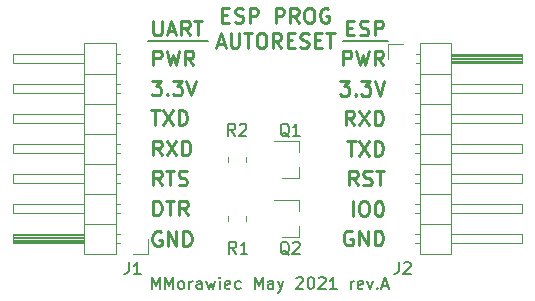
<source format=gbr>
%TF.GenerationSoftware,KiCad,Pcbnew,(5.1.10)-1*%
%TF.CreationDate,2021-06-13T21:16:24+02:00*%
%TF.ProjectId,esp_prog_uart_autoreset,6573705f-7072-46f6-975f-756172745f61,rev?*%
%TF.SameCoordinates,Original*%
%TF.FileFunction,Legend,Top*%
%TF.FilePolarity,Positive*%
%FSLAX46Y46*%
G04 Gerber Fmt 4.6, Leading zero omitted, Abs format (unit mm)*
G04 Created by KiCad (PCBNEW (5.1.10)-1) date 2021-06-13 21:16:24*
%MOMM*%
%LPD*%
G01*
G04 APERTURE LIST*
%ADD10C,0.150000*%
%ADD11C,0.250000*%
%ADD12C,0.200000*%
%ADD13C,0.120000*%
G04 APERTURE END LIST*
D10*
X136225595Y-110942380D02*
X136225595Y-109942380D01*
X136558928Y-110656666D01*
X136892261Y-109942380D01*
X136892261Y-110942380D01*
X137368452Y-110942380D02*
X137368452Y-109942380D01*
X137701785Y-110656666D01*
X138035119Y-109942380D01*
X138035119Y-110942380D01*
X138654166Y-110942380D02*
X138558928Y-110894761D01*
X138511309Y-110847142D01*
X138463690Y-110751904D01*
X138463690Y-110466190D01*
X138511309Y-110370952D01*
X138558928Y-110323333D01*
X138654166Y-110275714D01*
X138797023Y-110275714D01*
X138892261Y-110323333D01*
X138939880Y-110370952D01*
X138987500Y-110466190D01*
X138987500Y-110751904D01*
X138939880Y-110847142D01*
X138892261Y-110894761D01*
X138797023Y-110942380D01*
X138654166Y-110942380D01*
X139416071Y-110942380D02*
X139416071Y-110275714D01*
X139416071Y-110466190D02*
X139463690Y-110370952D01*
X139511309Y-110323333D01*
X139606547Y-110275714D01*
X139701785Y-110275714D01*
X140463690Y-110942380D02*
X140463690Y-110418571D01*
X140416071Y-110323333D01*
X140320833Y-110275714D01*
X140130357Y-110275714D01*
X140035119Y-110323333D01*
X140463690Y-110894761D02*
X140368452Y-110942380D01*
X140130357Y-110942380D01*
X140035119Y-110894761D01*
X139987500Y-110799523D01*
X139987500Y-110704285D01*
X140035119Y-110609047D01*
X140130357Y-110561428D01*
X140368452Y-110561428D01*
X140463690Y-110513809D01*
X140844642Y-110275714D02*
X141035119Y-110942380D01*
X141225595Y-110466190D01*
X141416071Y-110942380D01*
X141606547Y-110275714D01*
X141987500Y-110942380D02*
X141987500Y-110275714D01*
X141987500Y-109942380D02*
X141939880Y-109990000D01*
X141987500Y-110037619D01*
X142035119Y-109990000D01*
X141987500Y-109942380D01*
X141987500Y-110037619D01*
X142844642Y-110894761D02*
X142749404Y-110942380D01*
X142558928Y-110942380D01*
X142463690Y-110894761D01*
X142416071Y-110799523D01*
X142416071Y-110418571D01*
X142463690Y-110323333D01*
X142558928Y-110275714D01*
X142749404Y-110275714D01*
X142844642Y-110323333D01*
X142892261Y-110418571D01*
X142892261Y-110513809D01*
X142416071Y-110609047D01*
X143749404Y-110894761D02*
X143654166Y-110942380D01*
X143463690Y-110942380D01*
X143368452Y-110894761D01*
X143320833Y-110847142D01*
X143273214Y-110751904D01*
X143273214Y-110466190D01*
X143320833Y-110370952D01*
X143368452Y-110323333D01*
X143463690Y-110275714D01*
X143654166Y-110275714D01*
X143749404Y-110323333D01*
X144939880Y-110942380D02*
X144939880Y-109942380D01*
X145273214Y-110656666D01*
X145606547Y-109942380D01*
X145606547Y-110942380D01*
X146511309Y-110942380D02*
X146511309Y-110418571D01*
X146463690Y-110323333D01*
X146368452Y-110275714D01*
X146177976Y-110275714D01*
X146082738Y-110323333D01*
X146511309Y-110894761D02*
X146416071Y-110942380D01*
X146177976Y-110942380D01*
X146082738Y-110894761D01*
X146035119Y-110799523D01*
X146035119Y-110704285D01*
X146082738Y-110609047D01*
X146177976Y-110561428D01*
X146416071Y-110561428D01*
X146511309Y-110513809D01*
X146892261Y-110275714D02*
X147130357Y-110942380D01*
X147368452Y-110275714D02*
X147130357Y-110942380D01*
X147035119Y-111180476D01*
X146987500Y-111228095D01*
X146892261Y-111275714D01*
X148463690Y-110037619D02*
X148511309Y-109990000D01*
X148606547Y-109942380D01*
X148844642Y-109942380D01*
X148939880Y-109990000D01*
X148987500Y-110037619D01*
X149035119Y-110132857D01*
X149035119Y-110228095D01*
X148987500Y-110370952D01*
X148416071Y-110942380D01*
X149035119Y-110942380D01*
X149654166Y-109942380D02*
X149749404Y-109942380D01*
X149844642Y-109990000D01*
X149892261Y-110037619D01*
X149939880Y-110132857D01*
X149987500Y-110323333D01*
X149987500Y-110561428D01*
X149939880Y-110751904D01*
X149892261Y-110847142D01*
X149844642Y-110894761D01*
X149749404Y-110942380D01*
X149654166Y-110942380D01*
X149558928Y-110894761D01*
X149511309Y-110847142D01*
X149463690Y-110751904D01*
X149416071Y-110561428D01*
X149416071Y-110323333D01*
X149463690Y-110132857D01*
X149511309Y-110037619D01*
X149558928Y-109990000D01*
X149654166Y-109942380D01*
X150368452Y-110037619D02*
X150416071Y-109990000D01*
X150511309Y-109942380D01*
X150749404Y-109942380D01*
X150844642Y-109990000D01*
X150892261Y-110037619D01*
X150939880Y-110132857D01*
X150939880Y-110228095D01*
X150892261Y-110370952D01*
X150320833Y-110942380D01*
X150939880Y-110942380D01*
X151892261Y-110942380D02*
X151320833Y-110942380D01*
X151606547Y-110942380D02*
X151606547Y-109942380D01*
X151511309Y-110085238D01*
X151416071Y-110180476D01*
X151320833Y-110228095D01*
X153082738Y-110942380D02*
X153082738Y-110275714D01*
X153082738Y-110466190D02*
X153130357Y-110370952D01*
X153177976Y-110323333D01*
X153273214Y-110275714D01*
X153368452Y-110275714D01*
X154082738Y-110894761D02*
X153987500Y-110942380D01*
X153797023Y-110942380D01*
X153701785Y-110894761D01*
X153654166Y-110799523D01*
X153654166Y-110418571D01*
X153701785Y-110323333D01*
X153797023Y-110275714D01*
X153987500Y-110275714D01*
X154082738Y-110323333D01*
X154130357Y-110418571D01*
X154130357Y-110513809D01*
X153654166Y-110609047D01*
X154463690Y-110275714D02*
X154701785Y-110942380D01*
X154939880Y-110275714D01*
X155320833Y-110847142D02*
X155368452Y-110894761D01*
X155320833Y-110942380D01*
X155273214Y-110894761D01*
X155320833Y-110847142D01*
X155320833Y-110942380D01*
X155749404Y-110656666D02*
X156225595Y-110656666D01*
X155654166Y-110942380D02*
X155987500Y-109942380D01*
X156320833Y-110942380D01*
D11*
X142190952Y-87748214D02*
X142607619Y-87748214D01*
X142786190Y-88402976D02*
X142190952Y-88402976D01*
X142190952Y-87152976D01*
X142786190Y-87152976D01*
X143262380Y-88343452D02*
X143440952Y-88402976D01*
X143738571Y-88402976D01*
X143857619Y-88343452D01*
X143917142Y-88283928D01*
X143976666Y-88164880D01*
X143976666Y-88045833D01*
X143917142Y-87926785D01*
X143857619Y-87867261D01*
X143738571Y-87807738D01*
X143500476Y-87748214D01*
X143381428Y-87688690D01*
X143321904Y-87629166D01*
X143262380Y-87510119D01*
X143262380Y-87391071D01*
X143321904Y-87272023D01*
X143381428Y-87212500D01*
X143500476Y-87152976D01*
X143798095Y-87152976D01*
X143976666Y-87212500D01*
X144512380Y-88402976D02*
X144512380Y-87152976D01*
X144988571Y-87152976D01*
X145107619Y-87212500D01*
X145167142Y-87272023D01*
X145226666Y-87391071D01*
X145226666Y-87569642D01*
X145167142Y-87688690D01*
X145107619Y-87748214D01*
X144988571Y-87807738D01*
X144512380Y-87807738D01*
X146714761Y-88402976D02*
X146714761Y-87152976D01*
X147190952Y-87152976D01*
X147310000Y-87212500D01*
X147369523Y-87272023D01*
X147429047Y-87391071D01*
X147429047Y-87569642D01*
X147369523Y-87688690D01*
X147310000Y-87748214D01*
X147190952Y-87807738D01*
X146714761Y-87807738D01*
X148679047Y-88402976D02*
X148262380Y-87807738D01*
X147964761Y-88402976D02*
X147964761Y-87152976D01*
X148440952Y-87152976D01*
X148560000Y-87212500D01*
X148619523Y-87272023D01*
X148679047Y-87391071D01*
X148679047Y-87569642D01*
X148619523Y-87688690D01*
X148560000Y-87748214D01*
X148440952Y-87807738D01*
X147964761Y-87807738D01*
X149452857Y-87152976D02*
X149690952Y-87152976D01*
X149810000Y-87212500D01*
X149929047Y-87331547D01*
X149988571Y-87569642D01*
X149988571Y-87986309D01*
X149929047Y-88224404D01*
X149810000Y-88343452D01*
X149690952Y-88402976D01*
X149452857Y-88402976D01*
X149333809Y-88343452D01*
X149214761Y-88224404D01*
X149155238Y-87986309D01*
X149155238Y-87569642D01*
X149214761Y-87331547D01*
X149333809Y-87212500D01*
X149452857Y-87152976D01*
X151179047Y-87212500D02*
X151060000Y-87152976D01*
X150881428Y-87152976D01*
X150702857Y-87212500D01*
X150583809Y-87331547D01*
X150524285Y-87450595D01*
X150464761Y-87688690D01*
X150464761Y-87867261D01*
X150524285Y-88105357D01*
X150583809Y-88224404D01*
X150702857Y-88343452D01*
X150881428Y-88402976D01*
X151000476Y-88402976D01*
X151179047Y-88343452D01*
X151238571Y-88283928D01*
X151238571Y-87867261D01*
X151000476Y-87867261D01*
X141774285Y-90170833D02*
X142369523Y-90170833D01*
X141655238Y-90527976D02*
X142071904Y-89277976D01*
X142488571Y-90527976D01*
X142905238Y-89277976D02*
X142905238Y-90289880D01*
X142964761Y-90408928D01*
X143024285Y-90468452D01*
X143143333Y-90527976D01*
X143381428Y-90527976D01*
X143500476Y-90468452D01*
X143560000Y-90408928D01*
X143619523Y-90289880D01*
X143619523Y-89277976D01*
X144036190Y-89277976D02*
X144750476Y-89277976D01*
X144393333Y-90527976D02*
X144393333Y-89277976D01*
X145405238Y-89277976D02*
X145643333Y-89277976D01*
X145762380Y-89337500D01*
X145881428Y-89456547D01*
X145940952Y-89694642D01*
X145940952Y-90111309D01*
X145881428Y-90349404D01*
X145762380Y-90468452D01*
X145643333Y-90527976D01*
X145405238Y-90527976D01*
X145286190Y-90468452D01*
X145167142Y-90349404D01*
X145107619Y-90111309D01*
X145107619Y-89694642D01*
X145167142Y-89456547D01*
X145286190Y-89337500D01*
X145405238Y-89277976D01*
X147190952Y-90527976D02*
X146774285Y-89932738D01*
X146476666Y-90527976D02*
X146476666Y-89277976D01*
X146952857Y-89277976D01*
X147071904Y-89337500D01*
X147131428Y-89397023D01*
X147190952Y-89516071D01*
X147190952Y-89694642D01*
X147131428Y-89813690D01*
X147071904Y-89873214D01*
X146952857Y-89932738D01*
X146476666Y-89932738D01*
X147726666Y-89873214D02*
X148143333Y-89873214D01*
X148321904Y-90527976D02*
X147726666Y-90527976D01*
X147726666Y-89277976D01*
X148321904Y-89277976D01*
X148798095Y-90468452D02*
X148976666Y-90527976D01*
X149274285Y-90527976D01*
X149393333Y-90468452D01*
X149452857Y-90408928D01*
X149512380Y-90289880D01*
X149512380Y-90170833D01*
X149452857Y-90051785D01*
X149393333Y-89992261D01*
X149274285Y-89932738D01*
X149036190Y-89873214D01*
X148917142Y-89813690D01*
X148857619Y-89754166D01*
X148798095Y-89635119D01*
X148798095Y-89516071D01*
X148857619Y-89397023D01*
X148917142Y-89337500D01*
X149036190Y-89277976D01*
X149333809Y-89277976D01*
X149512380Y-89337500D01*
X150048095Y-89873214D02*
X150464761Y-89873214D01*
X150643333Y-90527976D02*
X150048095Y-90527976D01*
X150048095Y-89277976D01*
X150643333Y-89277976D01*
X151000476Y-89277976D02*
X151714761Y-89277976D01*
X151357619Y-90527976D02*
X151357619Y-89277976D01*
D12*
X152400000Y-89916000D02*
X156210000Y-89916000D01*
X135890000Y-89916000D02*
X140970000Y-89916000D01*
D11*
X152773690Y-88810714D02*
X153190357Y-88810714D01*
X153368928Y-89465476D02*
X152773690Y-89465476D01*
X152773690Y-88215476D01*
X153368928Y-88215476D01*
X153845119Y-89405952D02*
X154023690Y-89465476D01*
X154321309Y-89465476D01*
X154440357Y-89405952D01*
X154499880Y-89346428D01*
X154559404Y-89227380D01*
X154559404Y-89108333D01*
X154499880Y-88989285D01*
X154440357Y-88929761D01*
X154321309Y-88870238D01*
X154083214Y-88810714D01*
X153964166Y-88751190D01*
X153904642Y-88691666D01*
X153845119Y-88572619D01*
X153845119Y-88453571D01*
X153904642Y-88334523D01*
X153964166Y-88275000D01*
X154083214Y-88215476D01*
X154380833Y-88215476D01*
X154559404Y-88275000D01*
X155095119Y-89465476D02*
X155095119Y-88215476D01*
X155571309Y-88215476D01*
X155690357Y-88275000D01*
X155749880Y-88334523D01*
X155809404Y-88453571D01*
X155809404Y-88632142D01*
X155749880Y-88751190D01*
X155690357Y-88810714D01*
X155571309Y-88870238D01*
X155095119Y-88870238D01*
X136350119Y-88215476D02*
X136350119Y-89227380D01*
X136409642Y-89346428D01*
X136469166Y-89405952D01*
X136588214Y-89465476D01*
X136826309Y-89465476D01*
X136945357Y-89405952D01*
X137004880Y-89346428D01*
X137064404Y-89227380D01*
X137064404Y-88215476D01*
X137600119Y-89108333D02*
X138195357Y-89108333D01*
X137481071Y-89465476D02*
X137897738Y-88215476D01*
X138314404Y-89465476D01*
X139445357Y-89465476D02*
X139028690Y-88870238D01*
X138731071Y-89465476D02*
X138731071Y-88215476D01*
X139207261Y-88215476D01*
X139326309Y-88275000D01*
X139385833Y-88334523D01*
X139445357Y-88453571D01*
X139445357Y-88632142D01*
X139385833Y-88751190D01*
X139326309Y-88810714D01*
X139207261Y-88870238D01*
X138731071Y-88870238D01*
X139802500Y-88215476D02*
X140516785Y-88215476D01*
X140159642Y-89465476D02*
X140159642Y-88215476D01*
X136350119Y-104705476D02*
X136350119Y-103455476D01*
X136647738Y-103455476D01*
X136826309Y-103515000D01*
X136945357Y-103634047D01*
X137004880Y-103753095D01*
X137064404Y-103991190D01*
X137064404Y-104169761D01*
X137004880Y-104407857D01*
X136945357Y-104526904D01*
X136826309Y-104645952D01*
X136647738Y-104705476D01*
X136350119Y-104705476D01*
X137421547Y-103455476D02*
X138135833Y-103455476D01*
X137778690Y-104705476D02*
X137778690Y-103455476D01*
X139266785Y-104705476D02*
X138850119Y-104110238D01*
X138552500Y-104705476D02*
X138552500Y-103455476D01*
X139028690Y-103455476D01*
X139147738Y-103515000D01*
X139207261Y-103574523D01*
X139266785Y-103693571D01*
X139266785Y-103872142D01*
X139207261Y-103991190D01*
X139147738Y-104050714D01*
X139028690Y-104110238D01*
X138552500Y-104110238D01*
X137064404Y-102165476D02*
X136647738Y-101570238D01*
X136350119Y-102165476D02*
X136350119Y-100915476D01*
X136826309Y-100915476D01*
X136945357Y-100975000D01*
X137004880Y-101034523D01*
X137064404Y-101153571D01*
X137064404Y-101332142D01*
X137004880Y-101451190D01*
X136945357Y-101510714D01*
X136826309Y-101570238D01*
X136350119Y-101570238D01*
X137421547Y-100915476D02*
X138135833Y-100915476D01*
X137778690Y-102165476D02*
X137778690Y-100915476D01*
X138492976Y-102105952D02*
X138671547Y-102165476D01*
X138969166Y-102165476D01*
X139088214Y-102105952D01*
X139147738Y-102046428D01*
X139207261Y-101927380D01*
X139207261Y-101808333D01*
X139147738Y-101689285D01*
X139088214Y-101629761D01*
X138969166Y-101570238D01*
X138731071Y-101510714D01*
X138612023Y-101451190D01*
X138552500Y-101391666D01*
X138492976Y-101272619D01*
X138492976Y-101153571D01*
X138552500Y-101034523D01*
X138612023Y-100975000D01*
X138731071Y-100915476D01*
X139028690Y-100915476D01*
X139207261Y-100975000D01*
X136171547Y-95815476D02*
X136885833Y-95815476D01*
X136528690Y-97065476D02*
X136528690Y-95815476D01*
X137183452Y-95815476D02*
X138016785Y-97065476D01*
X138016785Y-95815476D02*
X137183452Y-97065476D01*
X138492976Y-97065476D02*
X138492976Y-95815476D01*
X138790595Y-95815476D01*
X138969166Y-95875000D01*
X139088214Y-95994047D01*
X139147738Y-96113095D01*
X139207261Y-96351190D01*
X139207261Y-96529761D01*
X139147738Y-96767857D01*
X139088214Y-96886904D01*
X138969166Y-97005952D01*
X138790595Y-97065476D01*
X138492976Y-97065476D01*
X137064404Y-99625476D02*
X136647738Y-99030238D01*
X136350119Y-99625476D02*
X136350119Y-98375476D01*
X136826309Y-98375476D01*
X136945357Y-98435000D01*
X137004880Y-98494523D01*
X137064404Y-98613571D01*
X137064404Y-98792142D01*
X137004880Y-98911190D01*
X136945357Y-98970714D01*
X136826309Y-99030238D01*
X136350119Y-99030238D01*
X137481071Y-98375476D02*
X138314404Y-99625476D01*
X138314404Y-98375476D02*
X137481071Y-99625476D01*
X138790595Y-99625476D02*
X138790595Y-98375476D01*
X139088214Y-98375476D01*
X139266785Y-98435000D01*
X139385833Y-98554047D01*
X139445357Y-98673095D01*
X139504880Y-98911190D01*
X139504880Y-99089761D01*
X139445357Y-99327857D01*
X139385833Y-99446904D01*
X139266785Y-99565952D01*
X139088214Y-99625476D01*
X138790595Y-99625476D01*
X136231071Y-93295476D02*
X137004880Y-93295476D01*
X136588214Y-93771666D01*
X136766785Y-93771666D01*
X136885833Y-93831190D01*
X136945357Y-93890714D01*
X137004880Y-94009761D01*
X137004880Y-94307380D01*
X136945357Y-94426428D01*
X136885833Y-94485952D01*
X136766785Y-94545476D01*
X136409642Y-94545476D01*
X136290595Y-94485952D01*
X136231071Y-94426428D01*
X137540595Y-94426428D02*
X137600119Y-94485952D01*
X137540595Y-94545476D01*
X137481071Y-94485952D01*
X137540595Y-94426428D01*
X137540595Y-94545476D01*
X138016785Y-93295476D02*
X138790595Y-93295476D01*
X138373928Y-93771666D01*
X138552500Y-93771666D01*
X138671547Y-93831190D01*
X138731071Y-93890714D01*
X138790595Y-94009761D01*
X138790595Y-94307380D01*
X138731071Y-94426428D01*
X138671547Y-94485952D01*
X138552500Y-94545476D01*
X138195357Y-94545476D01*
X138076309Y-94485952D01*
X138016785Y-94426428D01*
X139147738Y-93295476D02*
X139564404Y-94545476D01*
X139981071Y-93295476D01*
X136350119Y-92005476D02*
X136350119Y-90755476D01*
X136826309Y-90755476D01*
X136945357Y-90815000D01*
X137004880Y-90874523D01*
X137064404Y-90993571D01*
X137064404Y-91172142D01*
X137004880Y-91291190D01*
X136945357Y-91350714D01*
X136826309Y-91410238D01*
X136350119Y-91410238D01*
X137481071Y-90755476D02*
X137778690Y-92005476D01*
X138016785Y-91112619D01*
X138254880Y-92005476D01*
X138552500Y-90755476D01*
X139742976Y-92005476D02*
X139326309Y-91410238D01*
X139028690Y-92005476D02*
X139028690Y-90755476D01*
X139504880Y-90755476D01*
X139623928Y-90815000D01*
X139683452Y-90874523D01*
X139742976Y-90993571D01*
X139742976Y-91172142D01*
X139683452Y-91291190D01*
X139623928Y-91350714D01*
X139504880Y-91410238D01*
X139028690Y-91410238D01*
X152416547Y-92005476D02*
X152416547Y-90755476D01*
X152892738Y-90755476D01*
X153011785Y-90815000D01*
X153071309Y-90874523D01*
X153130833Y-90993571D01*
X153130833Y-91172142D01*
X153071309Y-91291190D01*
X153011785Y-91350714D01*
X152892738Y-91410238D01*
X152416547Y-91410238D01*
X153547500Y-90755476D02*
X153845119Y-92005476D01*
X154083214Y-91112619D01*
X154321309Y-92005476D01*
X154618928Y-90755476D01*
X155809404Y-92005476D02*
X155392738Y-91410238D01*
X155095119Y-92005476D02*
X155095119Y-90755476D01*
X155571309Y-90755476D01*
X155690357Y-90815000D01*
X155749880Y-90874523D01*
X155809404Y-90993571D01*
X155809404Y-91172142D01*
X155749880Y-91291190D01*
X155690357Y-91350714D01*
X155571309Y-91410238D01*
X155095119Y-91410238D01*
X152178452Y-93315476D02*
X152952261Y-93315476D01*
X152535595Y-93791666D01*
X152714166Y-93791666D01*
X152833214Y-93851190D01*
X152892738Y-93910714D01*
X152952261Y-94029761D01*
X152952261Y-94327380D01*
X152892738Y-94446428D01*
X152833214Y-94505952D01*
X152714166Y-94565476D01*
X152357023Y-94565476D01*
X152237976Y-94505952D01*
X152178452Y-94446428D01*
X153487976Y-94446428D02*
X153547500Y-94505952D01*
X153487976Y-94565476D01*
X153428452Y-94505952D01*
X153487976Y-94446428D01*
X153487976Y-94565476D01*
X153964166Y-93315476D02*
X154737976Y-93315476D01*
X154321309Y-93791666D01*
X154499880Y-93791666D01*
X154618928Y-93851190D01*
X154678452Y-93910714D01*
X154737976Y-94029761D01*
X154737976Y-94327380D01*
X154678452Y-94446428D01*
X154618928Y-94505952D01*
X154499880Y-94565476D01*
X154142738Y-94565476D01*
X154023690Y-94505952D01*
X153964166Y-94446428D01*
X155095119Y-93315476D02*
X155511785Y-94565476D01*
X155928452Y-93315476D01*
X153368928Y-97085476D02*
X152952261Y-96490238D01*
X152654642Y-97085476D02*
X152654642Y-95835476D01*
X153130833Y-95835476D01*
X153249880Y-95895000D01*
X153309404Y-95954523D01*
X153368928Y-96073571D01*
X153368928Y-96252142D01*
X153309404Y-96371190D01*
X153249880Y-96430714D01*
X153130833Y-96490238D01*
X152654642Y-96490238D01*
X153785595Y-95835476D02*
X154618928Y-97085476D01*
X154618928Y-95835476D02*
X153785595Y-97085476D01*
X155095119Y-97085476D02*
X155095119Y-95835476D01*
X155392738Y-95835476D01*
X155571309Y-95895000D01*
X155690357Y-96014047D01*
X155749880Y-96133095D01*
X155809404Y-96371190D01*
X155809404Y-96549761D01*
X155749880Y-96787857D01*
X155690357Y-96906904D01*
X155571309Y-97025952D01*
X155392738Y-97085476D01*
X155095119Y-97085476D01*
X152773690Y-98415476D02*
X153487976Y-98415476D01*
X153130833Y-99665476D02*
X153130833Y-98415476D01*
X153785595Y-98415476D02*
X154618928Y-99665476D01*
X154618928Y-98415476D02*
X153785595Y-99665476D01*
X155095119Y-99665476D02*
X155095119Y-98415476D01*
X155392738Y-98415476D01*
X155571309Y-98475000D01*
X155690357Y-98594047D01*
X155749880Y-98713095D01*
X155809404Y-98951190D01*
X155809404Y-99129761D01*
X155749880Y-99367857D01*
X155690357Y-99486904D01*
X155571309Y-99605952D01*
X155392738Y-99665476D01*
X155095119Y-99665476D01*
X153666547Y-102165476D02*
X153249880Y-101570238D01*
X152952261Y-102165476D02*
X152952261Y-100915476D01*
X153428452Y-100915476D01*
X153547500Y-100975000D01*
X153607023Y-101034523D01*
X153666547Y-101153571D01*
X153666547Y-101332142D01*
X153607023Y-101451190D01*
X153547500Y-101510714D01*
X153428452Y-101570238D01*
X152952261Y-101570238D01*
X154142738Y-102105952D02*
X154321309Y-102165476D01*
X154618928Y-102165476D01*
X154737976Y-102105952D01*
X154797500Y-102046428D01*
X154857023Y-101927380D01*
X154857023Y-101808333D01*
X154797500Y-101689285D01*
X154737976Y-101629761D01*
X154618928Y-101570238D01*
X154380833Y-101510714D01*
X154261785Y-101451190D01*
X154202261Y-101391666D01*
X154142738Y-101272619D01*
X154142738Y-101153571D01*
X154202261Y-101034523D01*
X154261785Y-100975000D01*
X154380833Y-100915476D01*
X154678452Y-100915476D01*
X154857023Y-100975000D01*
X155214166Y-100915476D02*
X155928452Y-100915476D01*
X155571309Y-102165476D02*
X155571309Y-100915476D01*
X153249880Y-104765476D02*
X153249880Y-103515476D01*
X154083214Y-103515476D02*
X154321309Y-103515476D01*
X154440357Y-103575000D01*
X154559404Y-103694047D01*
X154618928Y-103932142D01*
X154618928Y-104348809D01*
X154559404Y-104586904D01*
X154440357Y-104705952D01*
X154321309Y-104765476D01*
X154083214Y-104765476D01*
X153964166Y-104705952D01*
X153845119Y-104586904D01*
X153785595Y-104348809D01*
X153785595Y-103932142D01*
X153845119Y-103694047D01*
X153964166Y-103575000D01*
X154083214Y-103515476D01*
X155392738Y-103515476D02*
X155511785Y-103515476D01*
X155630833Y-103575000D01*
X155690357Y-103634523D01*
X155749880Y-103753571D01*
X155809404Y-103991666D01*
X155809404Y-104289285D01*
X155749880Y-104527380D01*
X155690357Y-104646428D01*
X155630833Y-104705952D01*
X155511785Y-104765476D01*
X155392738Y-104765476D01*
X155273690Y-104705952D01*
X155214166Y-104646428D01*
X155154642Y-104527380D01*
X155095119Y-104289285D01*
X155095119Y-103991666D01*
X155154642Y-103753571D01*
X155214166Y-103634523D01*
X155273690Y-103575000D01*
X155392738Y-103515476D01*
X153190357Y-106055000D02*
X153071309Y-105995476D01*
X152892738Y-105995476D01*
X152714166Y-106055000D01*
X152595119Y-106174047D01*
X152535595Y-106293095D01*
X152476071Y-106531190D01*
X152476071Y-106709761D01*
X152535595Y-106947857D01*
X152595119Y-107066904D01*
X152714166Y-107185952D01*
X152892738Y-107245476D01*
X153011785Y-107245476D01*
X153190357Y-107185952D01*
X153249880Y-107126428D01*
X153249880Y-106709761D01*
X153011785Y-106709761D01*
X153785595Y-107245476D02*
X153785595Y-105995476D01*
X154499880Y-107245476D01*
X154499880Y-105995476D01*
X155095119Y-107245476D02*
X155095119Y-105995476D01*
X155392738Y-105995476D01*
X155571309Y-106055000D01*
X155690357Y-106174047D01*
X155749880Y-106293095D01*
X155809404Y-106531190D01*
X155809404Y-106709761D01*
X155749880Y-106947857D01*
X155690357Y-107066904D01*
X155571309Y-107185952D01*
X155392738Y-107245476D01*
X155095119Y-107245476D01*
X137004880Y-106125000D02*
X136885833Y-106065476D01*
X136707261Y-106065476D01*
X136528690Y-106125000D01*
X136409642Y-106244047D01*
X136350119Y-106363095D01*
X136290595Y-106601190D01*
X136290595Y-106779761D01*
X136350119Y-107017857D01*
X136409642Y-107136904D01*
X136528690Y-107255952D01*
X136707261Y-107315476D01*
X136826309Y-107315476D01*
X137004880Y-107255952D01*
X137064404Y-107196428D01*
X137064404Y-106779761D01*
X136826309Y-106779761D01*
X137600119Y-107315476D02*
X137600119Y-106065476D01*
X138314404Y-107315476D01*
X138314404Y-106065476D01*
X138909642Y-107315476D02*
X138909642Y-106065476D01*
X139207261Y-106065476D01*
X139385833Y-106125000D01*
X139504880Y-106244047D01*
X139564404Y-106363095D01*
X139623928Y-106601190D01*
X139623928Y-106779761D01*
X139564404Y-107017857D01*
X139504880Y-107136904D01*
X139385833Y-107255952D01*
X139207261Y-107315476D01*
X138909642Y-107315476D01*
D13*
%TO.C,R2*%
X142715000Y-100227064D02*
X142715000Y-99772936D01*
X144185000Y-100227064D02*
X144185000Y-99772936D01*
%TO.C,R1*%
X144185000Y-104772936D02*
X144185000Y-105227064D01*
X142715000Y-104772936D02*
X142715000Y-105227064D01*
%TO.C,Q2*%
X148710000Y-106580000D02*
X147250000Y-106580000D01*
X148710000Y-103420000D02*
X146550000Y-103420000D01*
X148710000Y-103420000D02*
X148710000Y-104350000D01*
X148710000Y-106580000D02*
X148710000Y-105650000D01*
%TO.C,Q1*%
X148710000Y-101580000D02*
X148710000Y-100650000D01*
X148710000Y-98420000D02*
X148710000Y-99350000D01*
X148710000Y-98420000D02*
X146550000Y-98420000D01*
X148710000Y-101580000D02*
X147250000Y-101580000D01*
%TO.C,J2*%
X158920000Y-90110000D02*
X158920000Y-108010000D01*
X158920000Y-108010000D02*
X161580000Y-108010000D01*
X161580000Y-108010000D02*
X161580000Y-90110000D01*
X161580000Y-90110000D02*
X158920000Y-90110000D01*
X161580000Y-91060000D02*
X167580000Y-91060000D01*
X167580000Y-91060000D02*
X167580000Y-91820000D01*
X167580000Y-91820000D02*
X161580000Y-91820000D01*
X161580000Y-91120000D02*
X167580000Y-91120000D01*
X161580000Y-91240000D02*
X167580000Y-91240000D01*
X161580000Y-91360000D02*
X167580000Y-91360000D01*
X161580000Y-91480000D02*
X167580000Y-91480000D01*
X161580000Y-91600000D02*
X167580000Y-91600000D01*
X161580000Y-91720000D02*
X167580000Y-91720000D01*
X158590000Y-91060000D02*
X158920000Y-91060000D01*
X158590000Y-91820000D02*
X158920000Y-91820000D01*
X158920000Y-92710000D02*
X161580000Y-92710000D01*
X161580000Y-93600000D02*
X167580000Y-93600000D01*
X167580000Y-93600000D02*
X167580000Y-94360000D01*
X167580000Y-94360000D02*
X161580000Y-94360000D01*
X158522929Y-93600000D02*
X158920000Y-93600000D01*
X158522929Y-94360000D02*
X158920000Y-94360000D01*
X158920000Y-95250000D02*
X161580000Y-95250000D01*
X161580000Y-96140000D02*
X167580000Y-96140000D01*
X167580000Y-96140000D02*
X167580000Y-96900000D01*
X167580000Y-96900000D02*
X161580000Y-96900000D01*
X158522929Y-96140000D02*
X158920000Y-96140000D01*
X158522929Y-96900000D02*
X158920000Y-96900000D01*
X158920000Y-97790000D02*
X161580000Y-97790000D01*
X161580000Y-98680000D02*
X167580000Y-98680000D01*
X167580000Y-98680000D02*
X167580000Y-99440000D01*
X167580000Y-99440000D02*
X161580000Y-99440000D01*
X158522929Y-98680000D02*
X158920000Y-98680000D01*
X158522929Y-99440000D02*
X158920000Y-99440000D01*
X158920000Y-100330000D02*
X161580000Y-100330000D01*
X161580000Y-101220000D02*
X167580000Y-101220000D01*
X167580000Y-101220000D02*
X167580000Y-101980000D01*
X167580000Y-101980000D02*
X161580000Y-101980000D01*
X158522929Y-101220000D02*
X158920000Y-101220000D01*
X158522929Y-101980000D02*
X158920000Y-101980000D01*
X158920000Y-102870000D02*
X161580000Y-102870000D01*
X161580000Y-103760000D02*
X167580000Y-103760000D01*
X167580000Y-103760000D02*
X167580000Y-104520000D01*
X167580000Y-104520000D02*
X161580000Y-104520000D01*
X158522929Y-103760000D02*
X158920000Y-103760000D01*
X158522929Y-104520000D02*
X158920000Y-104520000D01*
X158920000Y-105410000D02*
X161580000Y-105410000D01*
X161580000Y-106300000D02*
X167580000Y-106300000D01*
X167580000Y-106300000D02*
X167580000Y-107060000D01*
X167580000Y-107060000D02*
X161580000Y-107060000D01*
X158522929Y-106300000D02*
X158920000Y-106300000D01*
X158522929Y-107060000D02*
X158920000Y-107060000D01*
X156210000Y-91440000D02*
X156210000Y-90170000D01*
X156210000Y-90170000D02*
X157480000Y-90170000D01*
%TO.C,J1*%
X133180000Y-108010000D02*
X133180000Y-90110000D01*
X133180000Y-90110000D02*
X130520000Y-90110000D01*
X130520000Y-90110000D02*
X130520000Y-108010000D01*
X130520000Y-108010000D02*
X133180000Y-108010000D01*
X130520000Y-107060000D02*
X124520000Y-107060000D01*
X124520000Y-107060000D02*
X124520000Y-106300000D01*
X124520000Y-106300000D02*
X130520000Y-106300000D01*
X130520000Y-107000000D02*
X124520000Y-107000000D01*
X130520000Y-106880000D02*
X124520000Y-106880000D01*
X130520000Y-106760000D02*
X124520000Y-106760000D01*
X130520000Y-106640000D02*
X124520000Y-106640000D01*
X130520000Y-106520000D02*
X124520000Y-106520000D01*
X130520000Y-106400000D02*
X124520000Y-106400000D01*
X133510000Y-107060000D02*
X133180000Y-107060000D01*
X133510000Y-106300000D02*
X133180000Y-106300000D01*
X133180000Y-105410000D02*
X130520000Y-105410000D01*
X130520000Y-104520000D02*
X124520000Y-104520000D01*
X124520000Y-104520000D02*
X124520000Y-103760000D01*
X124520000Y-103760000D02*
X130520000Y-103760000D01*
X133577071Y-104520000D02*
X133180000Y-104520000D01*
X133577071Y-103760000D02*
X133180000Y-103760000D01*
X133180000Y-102870000D02*
X130520000Y-102870000D01*
X130520000Y-101980000D02*
X124520000Y-101980000D01*
X124520000Y-101980000D02*
X124520000Y-101220000D01*
X124520000Y-101220000D02*
X130520000Y-101220000D01*
X133577071Y-101980000D02*
X133180000Y-101980000D01*
X133577071Y-101220000D02*
X133180000Y-101220000D01*
X133180000Y-100330000D02*
X130520000Y-100330000D01*
X130520000Y-99440000D02*
X124520000Y-99440000D01*
X124520000Y-99440000D02*
X124520000Y-98680000D01*
X124520000Y-98680000D02*
X130520000Y-98680000D01*
X133577071Y-99440000D02*
X133180000Y-99440000D01*
X133577071Y-98680000D02*
X133180000Y-98680000D01*
X133180000Y-97790000D02*
X130520000Y-97790000D01*
X130520000Y-96900000D02*
X124520000Y-96900000D01*
X124520000Y-96900000D02*
X124520000Y-96140000D01*
X124520000Y-96140000D02*
X130520000Y-96140000D01*
X133577071Y-96900000D02*
X133180000Y-96900000D01*
X133577071Y-96140000D02*
X133180000Y-96140000D01*
X133180000Y-95250000D02*
X130520000Y-95250000D01*
X130520000Y-94360000D02*
X124520000Y-94360000D01*
X124520000Y-94360000D02*
X124520000Y-93600000D01*
X124520000Y-93600000D02*
X130520000Y-93600000D01*
X133577071Y-94360000D02*
X133180000Y-94360000D01*
X133577071Y-93600000D02*
X133180000Y-93600000D01*
X133180000Y-92710000D02*
X130520000Y-92710000D01*
X130520000Y-91820000D02*
X124520000Y-91820000D01*
X124520000Y-91820000D02*
X124520000Y-91060000D01*
X124520000Y-91060000D02*
X130520000Y-91060000D01*
X133577071Y-91820000D02*
X133180000Y-91820000D01*
X133577071Y-91060000D02*
X133180000Y-91060000D01*
X135890000Y-106680000D02*
X135890000Y-107950000D01*
X135890000Y-107950000D02*
X134620000Y-107950000D01*
%TO.C,R2*%
D10*
X143283333Y-97952380D02*
X142950000Y-97476190D01*
X142711904Y-97952380D02*
X142711904Y-96952380D01*
X143092857Y-96952380D01*
X143188095Y-97000000D01*
X143235714Y-97047619D01*
X143283333Y-97142857D01*
X143283333Y-97285714D01*
X143235714Y-97380952D01*
X143188095Y-97428571D01*
X143092857Y-97476190D01*
X142711904Y-97476190D01*
X143664285Y-97047619D02*
X143711904Y-97000000D01*
X143807142Y-96952380D01*
X144045238Y-96952380D01*
X144140476Y-97000000D01*
X144188095Y-97047619D01*
X144235714Y-97142857D01*
X144235714Y-97238095D01*
X144188095Y-97380952D01*
X143616666Y-97952380D01*
X144235714Y-97952380D01*
%TO.C,R1*%
X143370833Y-107952380D02*
X143037500Y-107476190D01*
X142799404Y-107952380D02*
X142799404Y-106952380D01*
X143180357Y-106952380D01*
X143275595Y-107000000D01*
X143323214Y-107047619D01*
X143370833Y-107142857D01*
X143370833Y-107285714D01*
X143323214Y-107380952D01*
X143275595Y-107428571D01*
X143180357Y-107476190D01*
X142799404Y-107476190D01*
X144323214Y-107952380D02*
X143751785Y-107952380D01*
X144037500Y-107952380D02*
X144037500Y-106952380D01*
X143942261Y-107095238D01*
X143847023Y-107190476D01*
X143751785Y-107238095D01*
%TO.C,Q2*%
X147854761Y-108047619D02*
X147759523Y-108000000D01*
X147664285Y-107904761D01*
X147521428Y-107761904D01*
X147426190Y-107714285D01*
X147330952Y-107714285D01*
X147378571Y-107952380D02*
X147283333Y-107904761D01*
X147188095Y-107809523D01*
X147140476Y-107619047D01*
X147140476Y-107285714D01*
X147188095Y-107095238D01*
X147283333Y-107000000D01*
X147378571Y-106952380D01*
X147569047Y-106952380D01*
X147664285Y-107000000D01*
X147759523Y-107095238D01*
X147807142Y-107285714D01*
X147807142Y-107619047D01*
X147759523Y-107809523D01*
X147664285Y-107904761D01*
X147569047Y-107952380D01*
X147378571Y-107952380D01*
X148188095Y-107047619D02*
X148235714Y-107000000D01*
X148330952Y-106952380D01*
X148569047Y-106952380D01*
X148664285Y-107000000D01*
X148711904Y-107047619D01*
X148759523Y-107142857D01*
X148759523Y-107238095D01*
X148711904Y-107380952D01*
X148140476Y-107952380D01*
X148759523Y-107952380D01*
%TO.C,Q1*%
X147854761Y-98047619D02*
X147759523Y-98000000D01*
X147664285Y-97904761D01*
X147521428Y-97761904D01*
X147426190Y-97714285D01*
X147330952Y-97714285D01*
X147378571Y-97952380D02*
X147283333Y-97904761D01*
X147188095Y-97809523D01*
X147140476Y-97619047D01*
X147140476Y-97285714D01*
X147188095Y-97095238D01*
X147283333Y-97000000D01*
X147378571Y-96952380D01*
X147569047Y-96952380D01*
X147664285Y-97000000D01*
X147759523Y-97095238D01*
X147807142Y-97285714D01*
X147807142Y-97619047D01*
X147759523Y-97809523D01*
X147664285Y-97904761D01*
X147569047Y-97952380D01*
X147378571Y-97952380D01*
X148759523Y-97952380D02*
X148188095Y-97952380D01*
X148473809Y-97952380D02*
X148473809Y-96952380D01*
X148378571Y-97095238D01*
X148283333Y-97190476D01*
X148188095Y-97238095D01*
%TO.C,J2*%
X157146666Y-108672380D02*
X157146666Y-109386666D01*
X157099047Y-109529523D01*
X157003809Y-109624761D01*
X156860952Y-109672380D01*
X156765714Y-109672380D01*
X157575238Y-108767619D02*
X157622857Y-108720000D01*
X157718095Y-108672380D01*
X157956190Y-108672380D01*
X158051428Y-108720000D01*
X158099047Y-108767619D01*
X158146666Y-108862857D01*
X158146666Y-108958095D01*
X158099047Y-109100952D01*
X157527619Y-109672380D01*
X158146666Y-109672380D01*
%TO.C,J1*%
X134286666Y-108672380D02*
X134286666Y-109386666D01*
X134239047Y-109529523D01*
X134143809Y-109624761D01*
X134000952Y-109672380D01*
X133905714Y-109672380D01*
X135286666Y-109672380D02*
X134715238Y-109672380D01*
X135000952Y-109672380D02*
X135000952Y-108672380D01*
X134905714Y-108815238D01*
X134810476Y-108910476D01*
X134715238Y-108958095D01*
%TD*%
M02*

</source>
